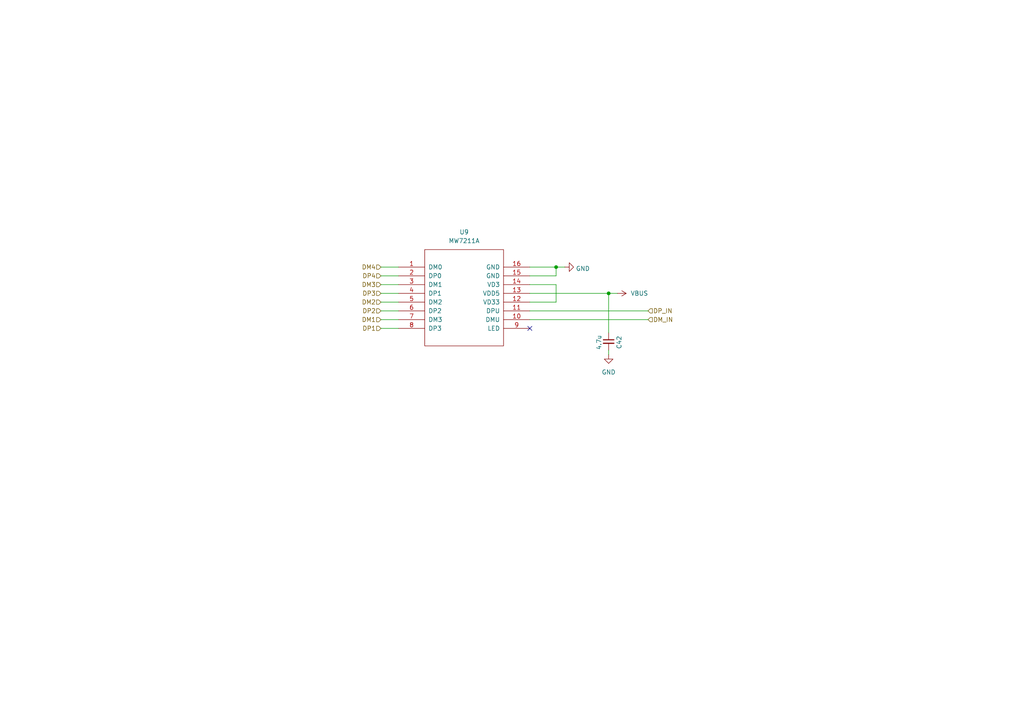
<source format=kicad_sch>
(kicad_sch (version 20250114) (generator "eeschema") (generator_version "9.0")
  (paper "A4")
  (title_block (title "${NAME}") (date "2025-04-24") (rev "${VERSION}") (company "Mikhail Matveev") (comment 1 "https://github.com/xtremespb/frank"))
  (lib_symbols
    (symbol "Device:C_Small" (pin_numbers (hide yes)) (pin_names (offset 0.254) (hide yes))
      (property "Reference" "C" (at 0.254 1.778 0))
      (property "Value" "C_Small" (at 0.254 -2.032 0))
      (symbol "C_Small_0_1"
        (polyline (pts (xy -1.524 0.508) (xy 1.524 0.508)) (stroke (width 0.3048)))
        (polyline (pts (xy -1.524 -0.508) (xy 1.524 -0.508)) (stroke (width 0.3302)))
      )
      (symbol "C_Small_1_1"
        (pin passive line (at 0 2.54 270) (length 2.032) (name "~") (number "1"))
        (pin passive line (at 0 -2.54 90) (length 2.032) (name "~") (number "2"))
      )
    )
    (symbol "FRANK:MW7211A" (pin_names (offset 1.016))
      (property "Reference" "U10" (at 0 19.05 0))
      (property "Value" "MW7211A" (at 0 16.51 0))
      (symbol "MW7211A_1_0"
        (rectangle (start -11.43 -13.97) (end 11.43 13.97))
      )
      (symbol "MW7211A_1_1"
        (pin input line (at -19.05 8.89 0) (length 7.62) (name "DM0") (number "1"))
        (pin input line (at -19.05 6.35 0) (length 7.62) (name "DP0") (number "2"))
        (pin input line (at -19.05 3.81 0) (length 7.62) (name "DM1") (number "3"))
        (pin input line (at -19.05 1.27 0) (length 7.62) (name "DP1") (number "4"))
        (pin input line (at -19.05 -1.27 0) (length 7.62) (name "DM2") (number "5"))
        (pin input line (at -19.05 -3.81 0) (length 7.62) (name "DP2") (number "6"))
        (pin input line (at -19.05 -6.35 0) (length 7.62) (name "DM3") (number "7"))
        (pin input line (at -19.05 -8.89 0) (length 7.62) (name "DP3") (number "8"))
        (pin input line (at 19.05 8.89 180) (length 7.62) (name "GND") (number "16"))
        (pin input line (at 19.05 6.35 180) (length 7.62) (name "GND") (number "15"))
        (pin input line (at 19.05 3.81 180) (length 7.62) (name "VD3") (number "14"))
        (pin input line (at 19.05 1.27 180) (length 7.62) (name "VDD5") (number "13"))
        (pin input line (at 19.05 -1.27 180) (length 7.62) (name "VD33") (number "12"))
        (pin input line (at 19.05 -3.81 180) (length 7.62) (name "DPU") (number "11"))
        (pin input line (at 19.05 -6.35 180) (length 7.62) (name "DMU") (number "10"))
        (pin input line (at 19.05 -8.89 180) (length 7.62) (name "LED") (number "9"))
      )
    )
    (symbol "power:GND" (power) (pin_numbers (hide yes)) (pin_names (offset 0) (hide yes))
      (property "Value" "GND" (at 0 -3.81 0))
      (symbol "GND_0_1"
        (polyline (pts (xy 0 0) (xy 0 -1.27) (xy 1.27 -1.27) (xy 0 -2.54) (xy -1.27 -1.27) (xy 0 -1.27)))
      )
      (symbol "GND_1_1"
        (pin power_in line (at 0 0 270) (length 0) (name "~") (number "1"))
      )
    )
    (symbol "power:VBUS" (power) (pin_numbers (hide yes)) (pin_names (offset 0) (hide yes))
      (property "Value" "VBUS" (at 0 3.556 0))
      (symbol "VBUS_0_1"
        (polyline (pts (xy -0.762 1.27) (xy 0 2.54)))
        (polyline (pts (xy 0 2.54) (xy 0.762 1.27)))
        (polyline (pts (xy 0 0) (xy 0 2.54)))
      )
      (symbol "VBUS_1_1"
        (pin power_in line (at 0 0 90) (length 0) (name "~") (number "1"))
      )
    )
  )
  (junction (at 161.29 77.47))
  (junction (at 176.53 85.09))
  (no_connect (at 153.67 95.25))
  (wire (pts (xy 110.49 85.09) (xy 115.57 85.09)))
  (wire (pts (xy 161.29 82.55) (xy 153.67 82.55)))
  (wire (pts (xy 161.29 77.47) (xy 153.67 77.47)))
  (wire (pts (xy 153.67 87.63) (xy 161.29 87.63)))
  (wire (pts (xy 176.53 102.87) (xy 176.53 101.6)))
  (wire (pts (xy 153.67 85.09) (xy 176.53 85.09)))
  (wire (pts (xy 110.49 82.55) (xy 115.57 82.55)))
  (wire (pts (xy 153.67 80.01) (xy 161.29 80.01)))
  (wire (pts (xy 161.29 87.63) (xy 161.29 82.55)))
  (wire (pts (xy 110.49 87.63) (xy 115.57 87.63)))
  (wire (pts (xy 110.49 77.47) (xy 115.57 77.47)))
  (wire (pts (xy 161.29 80.01) (xy 161.29 77.47)))
  (wire (pts (xy 110.49 92.71) (xy 115.57 92.71)))
  (wire (pts (xy 176.53 85.09) (xy 179.07 85.09)))
  (wire (pts (xy 110.49 90.17) (xy 115.57 90.17)))
  (wire (pts (xy 153.67 90.17) (xy 187.96 90.17)))
  (wire (pts (xy 153.67 92.71) (xy 187.96 92.71)))
  (wire (pts (xy 163.83 77.47) (xy 161.29 77.47)))
  (wire (pts (xy 110.49 95.25) (xy 115.57 95.25)))
  (wire (pts (xy 110.49 80.01) (xy 115.57 80.01)))
  (wire (pts (xy 176.53 85.09) (xy 176.53 96.52)))
  (hierarchical_label "DM2" (shape input) (at 110.49 87.63 180))
  (hierarchical_label "DP3" (shape input) (at 110.49 85.09 180))
  (hierarchical_label "DM_IN" (shape input) (at 187.96 92.71 0))
  (hierarchical_label "DM3" (shape input) (at 110.49 82.55 180))
  (hierarchical_label "DP4" (shape input) (at 110.49 80.01 180))
  (hierarchical_label "DM1" (shape input) (at 110.49 92.71 180))
  (hierarchical_label "DP_IN" (shape input) (at 187.96 90.17 0))
  (hierarchical_label "DP2" (shape input) (at 110.49 90.17 180))
  (hierarchical_label "DP1" (shape input) (at 110.49 95.25 180))
  (hierarchical_label "DM4" (shape input) (at 110.49 77.47 180))
  (symbol (lib_id "power:GND") (at 176.53 102.87 0) (unit 1)
    (property "Reference" "#PWR0110" (effects (hide yes)))
    (property "Value" "GND" (at 176.53 107.95 0))
    (property "Description" "Power symbol creates a global label with name \"GND\" , ground" (effects (hide yes)))
  )
  (symbol (lib_id "power:VBUS") (at 179.07 85.09 270) (unit 1)
    (property "Reference" "#PWR0109" (effects (hide yes)))
    (property "Value" "VBUS" (at 182.88 85.0899 90) (effects (justify left)))
    (property "Description" "Power symbol creates a global label with name \"VBUS\"" (effects (hide yes)))
  )
  (symbol (lib_id "power:GND") (at 163.83 77.47 90) (unit 1)
    (property "Reference" "#PWR0108" (effects (hide yes)))
    (property "Value" "GND" (at 167.005 77.9038 90) (effects (justify right)))
    (property "Description" "Power symbol creates a global label with name \"GND\" , ground" (effects (hide yes)))
  )
  (symbol (lib_id "Device:C_Small") (at 176.53 99.06 0) (unit 1)
    (property "Reference" "C42" (at 179.578 99.314 90))
    (property "Value" "4.7u" (at 173.736 99.314 90))
    (property "Footprint" "FRANK:Capacitor (0805)" (effects (hide yes)))
    (property "Datasheet" "https://eu.mouser.com/datasheet/2/40/KGM_X7R-3223212.pdf" (effects (hide yes)))
    (property "Description" "Unpolarized capacitor, small symbol" (effects (hide yes)))
    (property "AliExpress" "https://www.aliexpress.com/item/33008008276.html" (effects (hide yes)))
    (property "LCSC" "C1746" (effects (hide yes)))
  )
  (symbol (lib_id "FRANK:MW7211A") (at 134.62 86.36 0) (unit 1)
    (property "Reference" "U9" (at 134.62 67.31 0))
    (property "Value" "MW7211A" (at 134.62 69.85 0))
    (property "Footprint" "FRANK:SOP-16" (effects (hide yes)))
    (property "Datasheet" "https://content.instructables.com/FTQ/K2JY/KW6E9NZ8/FTQK2JYKW6E9NZ8.pdf" (effects (hide yes)))
    (property "AliExpress" "https://www.aliexpress.com/item/1005007446137541.html" (effects (hide yes)))
  )
)
</source>
